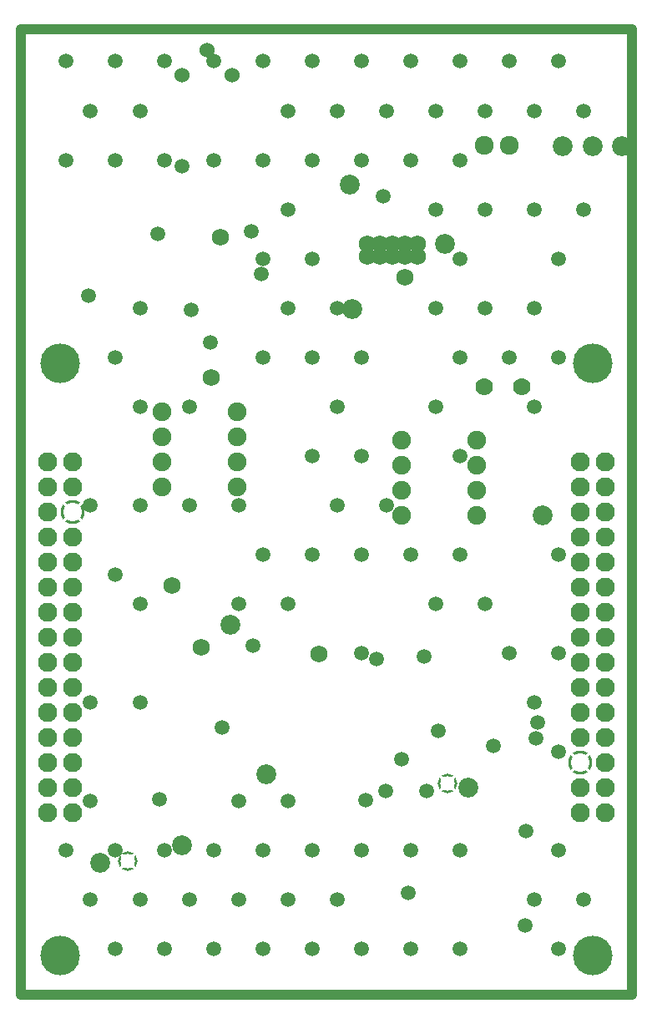
<source format=gbr>
G04 Layer_Physical_Order=5*
G04 Layer_Color=128*
%FSLAX26Y26*%
%MOIN*%
%TF.FileFunction,Copper,L5,Inr,Plane*%
%TF.Part,Single*%
G01*
G75*
%TA.AperFunction,ComponentPad*%
%ADD26C,0.060000*%
%TA.AperFunction,NonConductor*%
%ADD34C,0.040000*%
%TA.AperFunction,ComponentPad*%
%ADD35C,0.079370*%
%ADD36C,0.076024*%
G04:AMPARAMS|DCode=37|XSize=96.024mil|YSize=96.024mil|CornerRadius=0mil|HoleSize=0mil|Usage=FLASHONLY|Rotation=0.000|XOffset=0mil|YOffset=0mil|HoleType=Round|Shape=Relief|Width=10mil|Gap=10mil|Entries=4|*
%AMTHD37*
7,0,0,0.096024,0.076024,0.010000,45*
%
%ADD37THD37*%
%ADD38C,0.075827*%
%ADD39C,0.070000*%
%ADD40C,0.075433*%
%TA.AperFunction,ViaPad*%
%ADD41C,0.158110*%
%TA.AperFunction,ComponentPad*%
%ADD42C,0.068000*%
%TA.AperFunction,ViaPad*%
%ADD44C,0.059685*%
G04:AMPARAMS|DCode=46|XSize=79.685mil|YSize=79.685mil|CornerRadius=0mil|HoleSize=0mil|Usage=FLASHONLY|Rotation=0.000|XOffset=0mil|YOffset=0mil|HoleType=Round|Shape=Relief|Width=10mil|Gap=10mil|Entries=4|*
%AMTHD46*
7,0,0,0.079685,0.059685,0.010000,45*
%
%ADD46THD46*%
%ADD47C,0.068000*%
D26*
X-841000Y698998D02*
D03*
X-641000D02*
D03*
X-741000Y798998D02*
D03*
D34*
X-1485110Y-2970112D02*
X955945Y-2970112D01*
X955945Y881998D02*
X955945Y-2970112D01*
X-1485110Y881998D02*
X955945Y881998D01*
X-1485110Y881998D02*
X-1485110Y-2970112D01*
D35*
X303465Y-2142522D02*
D03*
X598465Y-1057522D02*
D03*
X-170000Y260998D02*
D03*
X-1166535Y-2442522D02*
D03*
X680354Y415825D02*
D03*
X798465D02*
D03*
X916575D02*
D03*
X-841535Y-2372522D02*
D03*
X209000Y26998D02*
D03*
X-646307Y-1494207D02*
D03*
X-503307Y-2089207D02*
D03*
X-162000Y-235002D02*
D03*
D36*
X848464Y-2244018D02*
D03*
Y-2144018D02*
D03*
Y-2044018D02*
D03*
Y-1944018D02*
D03*
Y-1844018D02*
D03*
Y-1744018D02*
D03*
Y-1644018D02*
D03*
Y-1544018D02*
D03*
Y-1444018D02*
D03*
Y-1344018D02*
D03*
Y-1244018D02*
D03*
Y-1144018D02*
D03*
Y-1044018D02*
D03*
Y-944018D02*
D03*
Y-844018D02*
D03*
X748464Y-2244018D02*
D03*
Y-2144018D02*
D03*
Y-1944018D02*
D03*
Y-1844018D02*
D03*
Y-1744018D02*
D03*
Y-1644018D02*
D03*
Y-1544018D02*
D03*
Y-1444018D02*
D03*
Y-1344018D02*
D03*
Y-1244018D02*
D03*
Y-1144018D02*
D03*
Y-1044018D02*
D03*
Y-944018D02*
D03*
Y-844018D02*
D03*
X-1377520D02*
D03*
Y-944018D02*
D03*
Y-1044018D02*
D03*
Y-1144018D02*
D03*
Y-1244018D02*
D03*
Y-1344018D02*
D03*
Y-1444018D02*
D03*
Y-1544018D02*
D03*
Y-1644018D02*
D03*
Y-1744018D02*
D03*
Y-1844018D02*
D03*
Y-1944018D02*
D03*
Y-2044018D02*
D03*
Y-2144018D02*
D03*
Y-2244018D02*
D03*
X-1277520Y-844018D02*
D03*
Y-944018D02*
D03*
Y-1144018D02*
D03*
Y-1244018D02*
D03*
Y-1344018D02*
D03*
Y-1444018D02*
D03*
Y-1544018D02*
D03*
Y-1644018D02*
D03*
Y-1744018D02*
D03*
Y-1844018D02*
D03*
Y-1944018D02*
D03*
Y-2044018D02*
D03*
Y-2144018D02*
D03*
Y-2244018D02*
D03*
D37*
X748464Y-2044018D02*
D03*
X-1277520Y-1044018D02*
D03*
D38*
X467000Y419998D02*
D03*
X367000D02*
D03*
D39*
X516142Y-543900D02*
D03*
X366536D02*
D03*
D40*
X35716Y-757592D02*
D03*
Y-857592D02*
D03*
Y-957592D02*
D03*
Y-1057592D02*
D03*
X335716Y-757592D02*
D03*
Y-857592D02*
D03*
Y-957592D02*
D03*
Y-1057592D02*
D03*
X-619000Y-943002D02*
D03*
Y-843002D02*
D03*
Y-743002D02*
D03*
Y-643002D02*
D03*
X-919000Y-943002D02*
D03*
Y-843002D02*
D03*
Y-743002D02*
D03*
Y-643002D02*
D03*
D41*
X-1327520Y-2812522D02*
D03*
X798464D02*
D03*
X-1327520Y-450316D02*
D03*
X798464D02*
D03*
D42*
X100000Y25000D02*
D03*
Y-25000D02*
D03*
X50000Y25000D02*
D03*
Y-25000D02*
D03*
X0Y25000D02*
D03*
Y-25000D02*
D03*
X-50000Y25000D02*
D03*
Y-25000D02*
D03*
X-100000Y25000D02*
D03*
Y-25000D02*
D03*
D44*
X-564000Y77000D02*
D03*
X137047Y-2158979D02*
D03*
X-107048Y-2194412D02*
D03*
X-28307Y-2158979D02*
D03*
X664496Y754298D02*
D03*
X762922Y557447D02*
D03*
Y163746D02*
D03*
X664496Y-33104D02*
D03*
Y-426805D02*
D03*
Y-1214206D02*
D03*
Y-1607907D02*
D03*
Y-2001608D02*
D03*
Y-2395309D02*
D03*
X762922Y-2592159D02*
D03*
X664496Y-2789010D02*
D03*
X467646Y754298D02*
D03*
X566071Y557447D02*
D03*
Y163746D02*
D03*
Y-229954D02*
D03*
X467646Y-426805D02*
D03*
X566071Y-623655D02*
D03*
X467646Y-1607907D02*
D03*
X566071Y-1804758D02*
D03*
Y-2592159D02*
D03*
X270796Y754298D02*
D03*
X369221Y557447D02*
D03*
X270796Y360597D02*
D03*
X369221Y163746D02*
D03*
X270796Y-33104D02*
D03*
X369221Y-229954D02*
D03*
X270796Y-426805D02*
D03*
Y-820506D02*
D03*
Y-1214206D02*
D03*
X369221Y-1411057D02*
D03*
X270796Y-2395309D02*
D03*
Y-2789010D02*
D03*
X73945Y754298D02*
D03*
X172370Y557447D02*
D03*
X73945Y360597D02*
D03*
X172370Y163746D02*
D03*
Y-229954D02*
D03*
Y-623655D02*
D03*
X73945Y-1214206D02*
D03*
X172370Y-1411057D02*
D03*
X73945Y-2395309D02*
D03*
Y-2789010D02*
D03*
X-122905Y754298D02*
D03*
X-24480Y557447D02*
D03*
X-122905Y360597D02*
D03*
Y-426805D02*
D03*
Y-820506D02*
D03*
X-24480Y-1017356D02*
D03*
X-122905Y-1214206D02*
D03*
Y-1607907D02*
D03*
Y-2395309D02*
D03*
Y-2789010D02*
D03*
X-319756Y754298D02*
D03*
X-221330Y557447D02*
D03*
X-319756Y360597D02*
D03*
Y-33104D02*
D03*
X-221330Y-229954D02*
D03*
X-319756Y-426805D02*
D03*
X-221330Y-623655D02*
D03*
X-319756Y-820506D02*
D03*
X-221330Y-1017356D02*
D03*
X-319756Y-1214206D02*
D03*
Y-2395309D02*
D03*
X-221330Y-2592159D02*
D03*
X-319756Y-2789010D02*
D03*
X-516606Y754298D02*
D03*
X-418181Y557447D02*
D03*
X-516606Y360597D02*
D03*
X-418181Y163746D02*
D03*
X-516606Y-33104D02*
D03*
X-418181Y-229954D02*
D03*
X-516606Y-426805D02*
D03*
Y-1214206D02*
D03*
X-418181Y-1411057D02*
D03*
Y-2198458D02*
D03*
X-516606Y-2395309D02*
D03*
X-418181Y-2592159D02*
D03*
X-516606Y-2789010D02*
D03*
X-713456Y754298D02*
D03*
Y360597D02*
D03*
X-615031Y-1017356D02*
D03*
Y-1411057D02*
D03*
Y-2198458D02*
D03*
X-713456Y-2395309D02*
D03*
X-615031Y-2592159D02*
D03*
X-713456Y-2789010D02*
D03*
X-910307Y754298D02*
D03*
Y360597D02*
D03*
X-811882Y-623655D02*
D03*
Y-1017356D02*
D03*
X-910307Y-2395309D02*
D03*
X-811882Y-2592159D02*
D03*
X-910307Y-2789010D02*
D03*
X-1107157Y754298D02*
D03*
X-1008732Y557447D02*
D03*
X-1107157Y360597D02*
D03*
X-1008732Y-229954D02*
D03*
X-1107157Y-426805D02*
D03*
X-1008732Y-623655D02*
D03*
Y-1017356D02*
D03*
Y-1411057D02*
D03*
Y-1804758D02*
D03*
X-1107157Y-2395309D02*
D03*
X-1008732Y-2592159D02*
D03*
X-1107157Y-2789010D02*
D03*
X-1304008Y754298D02*
D03*
X-1205582Y557447D02*
D03*
X-1304008Y360597D02*
D03*
X-1205582Y-1017356D02*
D03*
Y-1804758D02*
D03*
Y-2198458D02*
D03*
X-1304008Y-2395309D02*
D03*
X-1205582Y-2592159D02*
D03*
X63464Y-2562522D02*
D03*
X528464Y-2692522D02*
D03*
X533464Y-2317522D02*
D03*
X578464Y-1882522D02*
D03*
X183464Y-1917522D02*
D03*
X403464Y-1977522D02*
D03*
X-726536Y-367522D02*
D03*
X-936536Y67478D02*
D03*
X-1106416Y-1295316D02*
D03*
X-525110Y-93892D02*
D03*
X-558416Y-1577316D02*
D03*
X124592Y-1619842D02*
D03*
X34836Y-2031206D02*
D03*
X571694Y-1947206D02*
D03*
X-1215000Y-180002D02*
D03*
X-64616Y-1632206D02*
D03*
X-840000Y334998D02*
D03*
X-803000Y-238002D02*
D03*
X-37494Y214998D02*
D03*
X-679306Y-1904206D02*
D03*
X-929518Y-2191042D02*
D03*
D46*
X218464Y-2127522D02*
D03*
X-1056536Y-2437522D02*
D03*
D47*
X50000Y-107040D02*
D03*
X-881110Y-1337112D02*
D03*
X-764110Y-1584410D02*
D03*
X-723000Y-507002D02*
D03*
X-293306Y-1612206D02*
D03*
X-688000Y52998D02*
D03*
%TF.MD5,f28b6bea2f0fefe6e0ee9a6877e229e6*%
M02*

</source>
